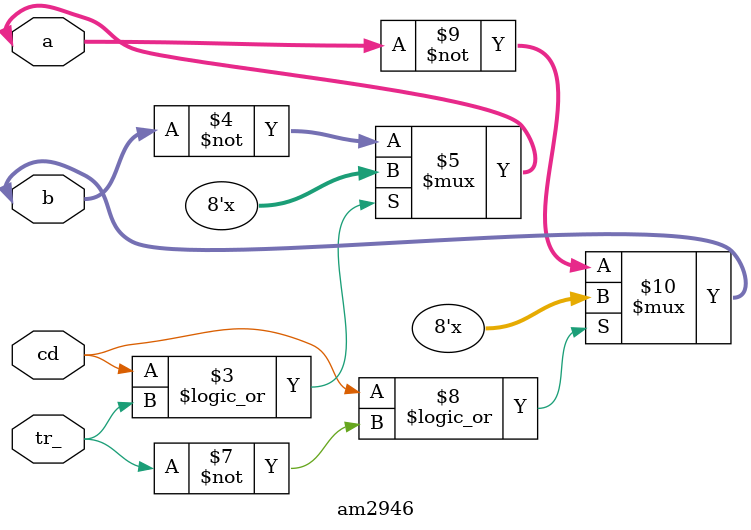
<source format=v>


module am2946(a, b, cd, tr_);
parameter WIDTH=8;
inout [WIDTH-1:0] a, b;
input cd, tr_;

assign a = (cd=='b1 || tr_=='b1) ? {WIDTH{1'bZ}} : ~b;
assign b = (cd=='b1 || tr_=='b0) ? {WIDTH{1'bZ}} : ~a;

endmodule

</source>
